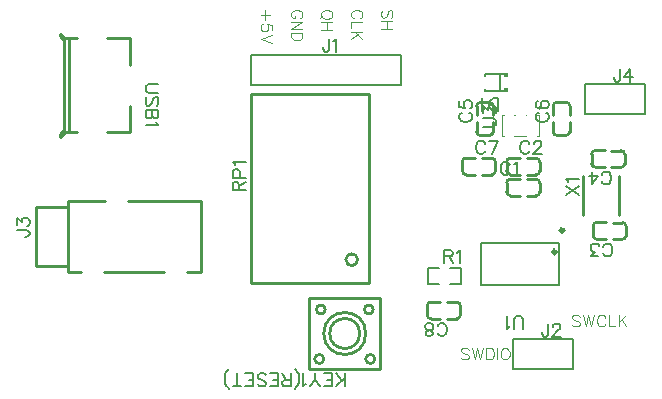
<source format=gto>
G04 Layer: TopSilkscreenLayer*
G04 EasyEDA v6.5.40, 2024-10-30 17:45:42*
G04 cb6e2e9fbd21486d88ae5690d2d3dc00,10*
G04 Gerber Generator version 0.2*
G04 Scale: 100 percent, Rotated: No, Reflected: No *
G04 Dimensions in millimeters *
G04 leading zeros omitted , absolute positions ,4 integer and 5 decimal *
%FSLAX45Y45*%
%MOMM*%

%ADD10C,0.1000*%
%ADD11C,0.1524*%
%ADD12C,0.2030*%
%ADD13C,0.2032*%
%ADD14C,0.2540*%
%ADD15C,0.1520*%
%ADD16C,0.3000*%
%ADD17C,0.0103*%

%LPD*%
D10*
X2251715Y3136389D02*
G01*
X2247143Y3145279D01*
X2238253Y3154423D01*
X2229109Y3158995D01*
X2215393Y3163567D01*
X2192787Y3163567D01*
X2179071Y3158995D01*
X2169927Y3154423D01*
X2160783Y3145279D01*
X2156211Y3136389D01*
X2156211Y3118101D01*
X2160783Y3108957D01*
X2169927Y3099813D01*
X2179071Y3095495D01*
X2192787Y3090923D01*
X2215393Y3090923D01*
X2229109Y3095495D01*
X2238253Y3099813D01*
X2247143Y3108957D01*
X2251715Y3118101D01*
X2251715Y3136389D01*
X2174499Y3122673D02*
G01*
X2147321Y3095495D01*
X2251715Y3060951D02*
G01*
X2156211Y3060951D01*
X2251715Y2997197D02*
G01*
X2156211Y2997197D01*
X2206249Y3060951D02*
G01*
X2206249Y2997197D01*
X1975109Y3095495D02*
G01*
X1984253Y3099813D01*
X1993143Y3108957D01*
X1997715Y3118101D01*
X1997715Y3136389D01*
X1993143Y3145279D01*
X1984253Y3154423D01*
X1975109Y3158995D01*
X1961393Y3163567D01*
X1938787Y3163567D01*
X1925071Y3158995D01*
X1915927Y3154423D01*
X1906783Y3145279D01*
X1902211Y3136389D01*
X1902211Y3118101D01*
X1906783Y3108957D01*
X1915927Y3099813D01*
X1925071Y3095495D01*
X1938787Y3095495D01*
X1938787Y3118101D02*
G01*
X1938787Y3095495D01*
X1997715Y3065269D02*
G01*
X1902211Y3065269D01*
X1997715Y3065269D02*
G01*
X1902211Y3001769D01*
X1997715Y3001769D02*
G01*
X1902211Y3001769D01*
X1997715Y2971797D02*
G01*
X1902211Y2971797D01*
X1997715Y2971797D02*
G01*
X1997715Y2940047D01*
X1993143Y2926331D01*
X1984253Y2917187D01*
X1975109Y2912615D01*
X1961393Y2908043D01*
X1938787Y2908043D01*
X1925071Y2912615D01*
X1915927Y2917187D01*
X1906783Y2926331D01*
X1902211Y2940047D01*
X1902211Y2971797D01*
X2483109Y3095495D02*
G01*
X2492253Y3099813D01*
X2501143Y3108957D01*
X2505715Y3118101D01*
X2505715Y3136389D01*
X2501143Y3145279D01*
X2492253Y3154423D01*
X2483109Y3158995D01*
X2469393Y3163567D01*
X2446787Y3163567D01*
X2433071Y3158995D01*
X2423927Y3154423D01*
X2414783Y3145279D01*
X2410211Y3136389D01*
X2410211Y3118101D01*
X2414783Y3108957D01*
X2423927Y3099813D01*
X2433071Y3095495D01*
X2505715Y3065269D02*
G01*
X2410211Y3065269D01*
X2410211Y3065269D02*
G01*
X2410211Y3010913D01*
X2505715Y2980941D02*
G01*
X2410211Y2980941D01*
X2505715Y2917187D02*
G01*
X2442215Y2980941D01*
X2464821Y2958081D02*
G01*
X2410211Y2917187D01*
X2746253Y3099813D02*
G01*
X2755143Y3108957D01*
X2759715Y3122673D01*
X2759715Y3140961D01*
X2755143Y3154423D01*
X2746253Y3163567D01*
X2737109Y3163567D01*
X2727965Y3158995D01*
X2723393Y3154423D01*
X2718821Y3145279D01*
X2709677Y3118101D01*
X2705359Y3108957D01*
X2700787Y3104385D01*
X2691643Y3099813D01*
X2677927Y3099813D01*
X2668783Y3108957D01*
X2664211Y3122673D01*
X2664211Y3140961D01*
X2668783Y3154423D01*
X2677927Y3163567D01*
X2759715Y3069841D02*
G01*
X2664211Y3069841D01*
X2759715Y3006341D02*
G01*
X2664211Y3006341D01*
X2714249Y3069841D02*
G01*
X2714249Y3006341D01*
X1725681Y3121403D02*
G01*
X1643639Y3121403D01*
X1684787Y3162297D02*
G01*
X1684787Y3080509D01*
X1739143Y2995927D02*
G01*
X1739143Y3041393D01*
X1698249Y3045965D01*
X1702821Y3041393D01*
X1707393Y3027677D01*
X1707393Y3014215D01*
X1702821Y3000499D01*
X1693677Y2991355D01*
X1680215Y2986783D01*
X1671071Y2986783D01*
X1657355Y2991355D01*
X1648211Y3000499D01*
X1643639Y3014215D01*
X1643639Y3027677D01*
X1648211Y3041393D01*
X1652783Y3045965D01*
X1661927Y3050537D01*
X1739143Y2956811D02*
G01*
X1643639Y2920489D01*
X1739143Y2884167D02*
G01*
X1643639Y2920489D01*
X4343654Y569973D02*
G01*
X4334509Y578863D01*
X4320793Y583435D01*
X4302506Y583435D01*
X4289043Y578863D01*
X4279900Y569973D01*
X4279900Y560829D01*
X4284472Y551685D01*
X4289043Y547113D01*
X4298188Y542541D01*
X4325365Y533397D01*
X4334509Y529079D01*
X4339081Y524507D01*
X4343654Y515363D01*
X4343654Y501647D01*
X4334509Y492503D01*
X4320793Y487931D01*
X4302506Y487931D01*
X4289043Y492503D01*
X4279900Y501647D01*
X4373625Y583435D02*
G01*
X4396231Y487931D01*
X4419091Y583435D02*
G01*
X4396231Y487931D01*
X4419091Y583435D02*
G01*
X4441697Y487931D01*
X4464558Y583435D02*
G01*
X4441697Y487931D01*
X4562602Y560829D02*
G01*
X4558029Y569973D01*
X4548886Y578863D01*
X4539995Y583435D01*
X4521708Y583435D01*
X4512563Y578863D01*
X4503420Y569973D01*
X4499102Y560829D01*
X4494529Y547113D01*
X4494529Y524507D01*
X4499102Y510791D01*
X4503420Y501647D01*
X4512563Y492503D01*
X4521708Y487931D01*
X4539995Y487931D01*
X4548886Y492503D01*
X4558029Y501647D01*
X4562602Y510791D01*
X4592574Y583435D02*
G01*
X4592574Y487931D01*
X4592574Y487931D02*
G01*
X4647184Y487931D01*
X4677156Y583435D02*
G01*
X4677156Y487931D01*
X4740909Y583435D02*
G01*
X4677156Y519935D01*
X4700015Y542541D02*
G01*
X4740909Y487931D01*
X3403854Y290573D02*
G01*
X3394709Y299463D01*
X3380993Y304035D01*
X3362706Y304035D01*
X3349243Y299463D01*
X3340100Y290573D01*
X3340100Y281429D01*
X3344672Y272285D01*
X3349243Y267713D01*
X3358388Y263141D01*
X3385565Y253997D01*
X3394709Y249679D01*
X3399281Y245107D01*
X3403854Y235963D01*
X3403854Y222247D01*
X3394709Y213103D01*
X3380993Y208531D01*
X3362706Y208531D01*
X3349243Y213103D01*
X3340100Y222247D01*
X3433825Y304035D02*
G01*
X3456431Y208531D01*
X3479291Y304035D02*
G01*
X3456431Y208531D01*
X3479291Y304035D02*
G01*
X3501897Y208531D01*
X3524758Y304035D02*
G01*
X3501897Y208531D01*
X3554729Y304035D02*
G01*
X3554729Y208531D01*
X3554729Y304035D02*
G01*
X3586479Y304035D01*
X3600195Y299463D01*
X3609086Y290573D01*
X3613658Y281429D01*
X3618229Y267713D01*
X3618229Y245107D01*
X3613658Y231391D01*
X3609086Y222247D01*
X3600195Y213103D01*
X3586479Y208531D01*
X3554729Y208531D01*
X3648202Y304035D02*
G01*
X3648202Y208531D01*
X3705606Y304035D02*
G01*
X3696461Y299463D01*
X3687318Y290573D01*
X3682745Y281429D01*
X3678174Y267713D01*
X3678174Y245107D01*
X3682745Y231391D01*
X3687318Y222247D01*
X3696461Y213103D01*
X3705606Y208531D01*
X3723640Y208531D01*
X3732784Y213103D01*
X3741927Y222247D01*
X3746500Y231391D01*
X3751072Y245107D01*
X3751072Y267713D01*
X3746500Y281429D01*
X3741927Y290573D01*
X3732784Y299463D01*
X3723640Y304035D01*
X3705606Y304035D01*
D11*
X4687570Y2668015D02*
G01*
X4687570Y2584957D01*
X4682236Y2569210D01*
X4677156Y2564129D01*
X4666741Y2559050D01*
X4656327Y2559050D01*
X4645913Y2564129D01*
X4640579Y2569210D01*
X4635500Y2584957D01*
X4635500Y2595371D01*
X4773675Y2668015D02*
G01*
X4721859Y2595371D01*
X4799584Y2595371D01*
X4773675Y2668015D02*
G01*
X4773675Y2559050D01*
X3864693Y467118D02*
G01*
X3864693Y545096D01*
X3859613Y560590D01*
X3849199Y571004D01*
X3833451Y576084D01*
X3823037Y576084D01*
X3807543Y571004D01*
X3797129Y560590D01*
X3792049Y545096D01*
X3792049Y467118D01*
X3757759Y487946D02*
G01*
X3747345Y482612D01*
X3731597Y467118D01*
X3731597Y576084D01*
X3754272Y1854707D02*
G01*
X3748938Y1865121D01*
X3738524Y1875536D01*
X3728364Y1880615D01*
X3707536Y1880615D01*
X3697122Y1875536D01*
X3686708Y1865121D01*
X3681374Y1854707D01*
X3676294Y1838960D01*
X3676294Y1813052D01*
X3681374Y1797557D01*
X3686708Y1787144D01*
X3697122Y1776729D01*
X3707536Y1771650D01*
X3728364Y1771650D01*
X3738524Y1776729D01*
X3748938Y1787144D01*
X3754272Y1797557D01*
X3788562Y1859787D02*
G01*
X3798976Y1865121D01*
X3814470Y1880615D01*
X3814470Y1771650D01*
X3919367Y2032507D02*
G01*
X3914033Y2042921D01*
X3903619Y2053336D01*
X3893459Y2058415D01*
X3872631Y2058415D01*
X3862217Y2053336D01*
X3851803Y2042921D01*
X3846469Y2032507D01*
X3841389Y2016760D01*
X3841389Y1990852D01*
X3846469Y1975357D01*
X3851803Y1964944D01*
X3862217Y1954529D01*
X3872631Y1949450D01*
X3893459Y1949450D01*
X3903619Y1954529D01*
X3914033Y1964944D01*
X3919367Y1975357D01*
X3958737Y2032507D02*
G01*
X3958737Y2037587D01*
X3964071Y2048002D01*
X3969151Y2053336D01*
X3979565Y2058415D01*
X4000393Y2058415D01*
X4010807Y2053336D01*
X4015887Y2048002D01*
X4021221Y2037587D01*
X4021221Y2027173D01*
X4015887Y2016760D01*
X4005473Y2001265D01*
X3953657Y1949450D01*
X4026301Y1949450D01*
X4544822Y1104392D02*
G01*
X4550156Y1093978D01*
X4560570Y1083563D01*
X4570729Y1078484D01*
X4591558Y1078484D01*
X4601972Y1083563D01*
X4612386Y1093978D01*
X4617720Y1104392D01*
X4622800Y1120139D01*
X4622800Y1146047D01*
X4617720Y1161542D01*
X4612386Y1171955D01*
X4601972Y1182370D01*
X4591558Y1187450D01*
X4570729Y1187450D01*
X4560570Y1182370D01*
X4550156Y1171955D01*
X4544822Y1161542D01*
X4500118Y1078484D02*
G01*
X4442968Y1078484D01*
X4474209Y1120139D01*
X4458715Y1120139D01*
X4448302Y1125220D01*
X4442968Y1130300D01*
X4437888Y1146047D01*
X4437888Y1156462D01*
X4442968Y1171955D01*
X4453381Y1182370D01*
X4469129Y1187450D01*
X4484624Y1187450D01*
X4500118Y1182370D01*
X4505452Y1177289D01*
X4510531Y1166876D01*
X4532122Y1713992D02*
G01*
X4537456Y1703578D01*
X4547870Y1693163D01*
X4558029Y1688084D01*
X4578858Y1688084D01*
X4589272Y1693163D01*
X4599686Y1703578D01*
X4605020Y1713992D01*
X4610100Y1729739D01*
X4610100Y1755647D01*
X4605020Y1771142D01*
X4599686Y1781555D01*
X4589272Y1791970D01*
X4578858Y1797050D01*
X4558029Y1797050D01*
X4547870Y1791970D01*
X4537456Y1781555D01*
X4532122Y1771142D01*
X4446015Y1688084D02*
G01*
X4497831Y1760728D01*
X4419854Y1760728D01*
X4446015Y1688084D02*
G01*
X4446015Y1797050D01*
X3352291Y2296972D02*
G01*
X3341877Y2291638D01*
X3331463Y2281224D01*
X3326384Y2271064D01*
X3326384Y2250236D01*
X3331463Y2239822D01*
X3341877Y2229408D01*
X3352291Y2224074D01*
X3368040Y2218994D01*
X3393947Y2218994D01*
X3409441Y2224074D01*
X3419856Y2229408D01*
X3430270Y2239822D01*
X3435350Y2250236D01*
X3435350Y2271064D01*
X3430270Y2281224D01*
X3419856Y2291638D01*
X3409441Y2296972D01*
X3326384Y2393492D02*
G01*
X3326384Y2341676D01*
X3373120Y2336342D01*
X3368040Y2341676D01*
X3362706Y2357170D01*
X3362706Y2372664D01*
X3368040Y2388412D01*
X3378200Y2398826D01*
X3393947Y2403906D01*
X3404361Y2403906D01*
X3419856Y2398826D01*
X3430270Y2388412D01*
X3435350Y2372664D01*
X3435350Y2357170D01*
X3430270Y2341676D01*
X3425190Y2336342D01*
X3414775Y2331262D01*
X3999991Y2296972D02*
G01*
X3989577Y2291638D01*
X3979163Y2281224D01*
X3974084Y2271064D01*
X3974084Y2250236D01*
X3979163Y2239822D01*
X3989577Y2229408D01*
X3999991Y2224074D01*
X4015740Y2218994D01*
X4041647Y2218994D01*
X4057141Y2224074D01*
X4067556Y2229408D01*
X4077970Y2239822D01*
X4083050Y2250236D01*
X4083050Y2271064D01*
X4077970Y2281224D01*
X4067556Y2291638D01*
X4057141Y2296972D01*
X3989577Y2393492D02*
G01*
X3979163Y2388412D01*
X3974084Y2372664D01*
X3974084Y2362504D01*
X3979163Y2346756D01*
X3994911Y2336342D01*
X4020820Y2331262D01*
X4046727Y2331262D01*
X4067556Y2336342D01*
X4077970Y2346756D01*
X4083050Y2362504D01*
X4083050Y2367584D01*
X4077970Y2383078D01*
X4067556Y2393492D01*
X4052061Y2398826D01*
X4046727Y2398826D01*
X4031234Y2393492D01*
X4020820Y2383078D01*
X4015740Y2367584D01*
X4015740Y2362504D01*
X4020820Y2346756D01*
X4031234Y2336342D01*
X4046727Y2331262D01*
X3545077Y2032507D02*
G01*
X3539743Y2042921D01*
X3529329Y2053336D01*
X3519170Y2058415D01*
X3498341Y2058415D01*
X3487927Y2053336D01*
X3477513Y2042921D01*
X3472179Y2032507D01*
X3467100Y2016760D01*
X3467100Y1990852D01*
X3472179Y1975357D01*
X3477513Y1964944D01*
X3487927Y1954529D01*
X3498341Y1949450D01*
X3519170Y1949450D01*
X3529329Y1954529D01*
X3539743Y1964944D01*
X3545077Y1975357D01*
X3652011Y2058415D02*
G01*
X3600195Y1949450D01*
X3579368Y2058415D02*
G01*
X3652011Y2058415D01*
X3652456Y2310384D02*
G01*
X3652456Y2419350D01*
X3652456Y2310384D02*
G01*
X3616134Y2310384D01*
X3600386Y2315463D01*
X3590226Y2325878D01*
X3584892Y2336292D01*
X3579812Y2352039D01*
X3579812Y2377947D01*
X3584892Y2393442D01*
X3590226Y2403855D01*
X3600386Y2414270D01*
X3616134Y2419350D01*
X3652456Y2419350D01*
X3545522Y2331212D02*
G01*
X3535108Y2325878D01*
X3519360Y2310384D01*
X3519360Y2419350D01*
X3529609Y2178011D02*
G01*
X3607587Y2178011D01*
X3623081Y2183091D01*
X3633495Y2193505D01*
X3638575Y2209253D01*
X3638575Y2219667D01*
X3633495Y2235161D01*
X3623081Y2245575D01*
X3607587Y2250655D01*
X3529609Y2250655D01*
X3529609Y2295359D02*
G01*
X3529609Y2352509D01*
X3571265Y2321521D01*
X3571265Y2337015D01*
X3576345Y2347429D01*
X3581425Y2352509D01*
X3597173Y2357843D01*
X3607587Y2357843D01*
X3623081Y2352509D01*
X3633495Y2342095D01*
X3638575Y2326601D01*
X3638575Y2311107D01*
X3633495Y2295359D01*
X3628415Y2290279D01*
X3618001Y2284945D01*
X4228777Y1598434D02*
G01*
X4337743Y1671078D01*
X4228777Y1671078D02*
G01*
X4337743Y1598434D01*
X4249605Y1705368D02*
G01*
X4244271Y1715782D01*
X4228777Y1731530D01*
X4337743Y1731530D01*
X778548Y2535199D02*
G01*
X700570Y2535199D01*
X685076Y2530119D01*
X674662Y2519705D01*
X669582Y2503957D01*
X669582Y2493543D01*
X674662Y2478049D01*
X685076Y2467635D01*
X700570Y2462555D01*
X778548Y2462555D01*
X763054Y2355367D02*
G01*
X773468Y2365781D01*
X778548Y2381529D01*
X778548Y2402103D01*
X773468Y2417851D01*
X763054Y2428265D01*
X752640Y2428265D01*
X742226Y2422931D01*
X736892Y2417851D01*
X731812Y2407437D01*
X721398Y2376195D01*
X716318Y2365781D01*
X710984Y2360701D01*
X700570Y2355367D01*
X685076Y2355367D01*
X674662Y2365781D01*
X669582Y2381529D01*
X669582Y2402103D01*
X674662Y2417851D01*
X685076Y2428265D01*
X778548Y2321077D02*
G01*
X669582Y2321077D01*
X778548Y2321077D02*
G01*
X778548Y2274341D01*
X773468Y2258847D01*
X768134Y2253513D01*
X757720Y2248433D01*
X747306Y2248433D01*
X736892Y2253513D01*
X731812Y2258847D01*
X726732Y2274341D01*
X726732Y2321077D02*
G01*
X726732Y2274341D01*
X721398Y2258847D01*
X716318Y2253513D01*
X705904Y2248433D01*
X690156Y2248433D01*
X679742Y2253513D01*
X674662Y2258847D01*
X669582Y2274341D01*
X669582Y2321077D01*
X757720Y2214143D02*
G01*
X763054Y2203729D01*
X778548Y2188235D01*
X669582Y2188235D01*
X3141624Y431292D02*
G01*
X3146958Y420878D01*
X3157372Y410463D01*
X3167532Y405384D01*
X3188360Y405384D01*
X3198774Y410463D01*
X3209188Y420878D01*
X3214522Y431292D01*
X3219602Y447039D01*
X3219602Y472947D01*
X3214522Y488442D01*
X3209188Y498855D01*
X3198774Y509270D01*
X3188360Y514350D01*
X3167532Y514350D01*
X3157372Y509270D01*
X3146958Y498855D01*
X3141624Y488442D01*
X3081426Y405384D02*
G01*
X3096920Y410463D01*
X3102254Y420878D01*
X3102254Y431292D01*
X3096920Y441705D01*
X3086506Y447039D01*
X3065932Y452120D01*
X3050184Y457200D01*
X3039770Y467613D01*
X3034690Y478028D01*
X3034690Y493776D01*
X3039770Y504189D01*
X3045104Y509270D01*
X3060598Y514350D01*
X3081426Y514350D01*
X3096920Y509270D01*
X3102254Y504189D01*
X3107334Y493776D01*
X3107334Y478028D01*
X3102254Y467613D01*
X3091840Y457200D01*
X3076092Y452120D01*
X3055518Y447039D01*
X3045104Y441705D01*
X3039770Y431292D01*
X3039770Y420878D01*
X3045104Y410463D01*
X3060598Y405384D01*
X3081426Y405384D01*
X3200400Y1131315D02*
G01*
X3200400Y1022350D01*
X3200400Y1131315D02*
G01*
X3247136Y1131315D01*
X3262629Y1126236D01*
X3267963Y1120902D01*
X3273043Y1110487D01*
X3273043Y1100073D01*
X3267963Y1089660D01*
X3262629Y1084579D01*
X3247136Y1079500D01*
X3200400Y1079500D01*
X3236722Y1079500D02*
G01*
X3273043Y1022350D01*
X3307334Y1110487D02*
G01*
X3317747Y1115821D01*
X3333495Y1131315D01*
X3333495Y1022350D01*
X2223770Y2922015D02*
G01*
X2223770Y2838957D01*
X2218436Y2823210D01*
X2213356Y2818129D01*
X2202941Y2813050D01*
X2192527Y2813050D01*
X2182113Y2818129D01*
X2176779Y2823210D01*
X2171700Y2838957D01*
X2171700Y2849371D01*
X2258059Y2901187D02*
G01*
X2268220Y2906521D01*
X2283968Y2922015D01*
X2283968Y2813050D01*
X4077970Y509015D02*
G01*
X4077970Y425957D01*
X4072636Y410210D01*
X4067556Y405129D01*
X4057141Y400050D01*
X4046727Y400050D01*
X4036313Y405129D01*
X4030979Y410210D01*
X4025900Y425957D01*
X4025900Y436371D01*
X4117340Y483107D02*
G01*
X4117340Y488187D01*
X4122420Y498602D01*
X4127754Y503936D01*
X4138168Y509015D01*
X4158995Y509015D01*
X4169409Y503936D01*
X4174490Y498602D01*
X4179570Y488187D01*
X4179570Y477773D01*
X4174490Y467360D01*
X4164075Y451865D01*
X4112259Y400050D01*
X4184904Y400050D01*
X-421716Y1299210D02*
G01*
X-338658Y1299210D01*
X-322910Y1293876D01*
X-317830Y1288795D01*
X-312750Y1278381D01*
X-312750Y1267968D01*
X-317830Y1257554D01*
X-322910Y1252220D01*
X-338658Y1247139D01*
X-349072Y1247139D01*
X-421716Y1343660D02*
G01*
X-421716Y1400810D01*
X-380060Y1369821D01*
X-380060Y1385315D01*
X-374980Y1395729D01*
X-369900Y1400810D01*
X-354152Y1406144D01*
X-343738Y1406144D01*
X-328244Y1400810D01*
X-317830Y1390650D01*
X-312750Y1374902D01*
X-312750Y1359407D01*
X-317830Y1343660D01*
X-322910Y1338579D01*
X-333324Y1333500D01*
X2356180Y-19517D02*
G01*
X2356180Y89448D01*
X2283536Y-19517D02*
G01*
X2356180Y53126D01*
X2330272Y27218D02*
G01*
X2283536Y89448D01*
X2249246Y-19517D02*
G01*
X2249246Y89448D01*
X2249246Y-19517D02*
G01*
X2181682Y-19517D01*
X2249246Y32298D02*
G01*
X2207590Y32298D01*
X2249246Y89448D02*
G01*
X2181682Y89448D01*
X2147392Y-19517D02*
G01*
X2105736Y32298D01*
X2105736Y89448D01*
X2064080Y-19517D02*
G01*
X2105736Y32298D01*
X2029790Y1310D02*
G01*
X2019630Y-4023D01*
X2003882Y-19517D01*
X2003882Y89448D01*
X1933270Y-40345D02*
G01*
X1943684Y-29931D01*
X1954098Y-14437D01*
X1964512Y6390D01*
X1969592Y32298D01*
X1969592Y53126D01*
X1964512Y79288D01*
X1954098Y99862D01*
X1943684Y115610D01*
X1933270Y126024D01*
X1898980Y-19517D02*
G01*
X1898980Y89448D01*
X1898980Y-19517D02*
G01*
X1852244Y-19517D01*
X1836750Y-14437D01*
X1831416Y-9103D01*
X1826336Y1310D01*
X1826336Y11724D01*
X1831416Y22138D01*
X1836750Y27218D01*
X1852244Y32298D01*
X1898980Y32298D01*
X1862658Y32298D02*
G01*
X1826336Y89448D01*
X1792046Y-19517D02*
G01*
X1792046Y89448D01*
X1792046Y-19517D02*
G01*
X1724482Y-19517D01*
X1792046Y32298D02*
G01*
X1750390Y32298D01*
X1792046Y89448D02*
G01*
X1724482Y89448D01*
X1617294Y-4023D02*
G01*
X1627708Y-14437D01*
X1643456Y-19517D01*
X1664030Y-19517D01*
X1679778Y-14437D01*
X1690192Y-4023D01*
X1690192Y6390D01*
X1684858Y16804D01*
X1679778Y22138D01*
X1669364Y27218D01*
X1638122Y37632D01*
X1627708Y42712D01*
X1622628Y48046D01*
X1617294Y58460D01*
X1617294Y73954D01*
X1627708Y84368D01*
X1643456Y89448D01*
X1664030Y89448D01*
X1679778Y84368D01*
X1690192Y73954D01*
X1583004Y-19517D02*
G01*
X1583004Y89448D01*
X1583004Y-19517D02*
G01*
X1515440Y-19517D01*
X1583004Y32298D02*
G01*
X1541602Y32298D01*
X1583004Y89448D02*
G01*
X1515440Y89448D01*
X1444828Y-19517D02*
G01*
X1444828Y89448D01*
X1481150Y-19517D02*
G01*
X1408506Y-19517D01*
X1374216Y-40345D02*
G01*
X1363802Y-29931D01*
X1353388Y-14437D01*
X1342974Y6390D01*
X1337894Y32298D01*
X1337894Y53126D01*
X1342974Y79288D01*
X1353388Y99862D01*
X1363802Y115610D01*
X1374216Y126024D01*
X1408684Y1638300D02*
G01*
X1517650Y1638300D01*
X1408684Y1638300D02*
G01*
X1408684Y1685036D01*
X1413763Y1700529D01*
X1419097Y1705863D01*
X1429512Y1710944D01*
X1439926Y1710944D01*
X1450339Y1705863D01*
X1455420Y1700529D01*
X1460500Y1685036D01*
X1460500Y1638300D01*
X1460500Y1674621D02*
G01*
X1517650Y1710944D01*
X1408684Y1745234D02*
G01*
X1517650Y1745234D01*
X1408684Y1745234D02*
G01*
X1408684Y1791970D01*
X1413763Y1807718D01*
X1419097Y1812797D01*
X1429512Y1818131D01*
X1445005Y1818131D01*
X1455420Y1812797D01*
X1460500Y1807718D01*
X1465834Y1791970D01*
X1465834Y1745234D01*
X1429512Y1852421D02*
G01*
X1424178Y1862836D01*
X1408684Y1878329D01*
X1517650Y1878329D01*
G36*
X3707079Y2507691D02*
G01*
X3707079Y2472436D01*
X3737559Y2472436D01*
X3737559Y2507691D01*
G37*
G36*
X3707079Y2632964D02*
G01*
X3707079Y2597708D01*
X3737559Y2597708D01*
X3737559Y2632964D01*
G37*
D12*
X4902200Y2540000D02*
G01*
X4584700Y2540000D01*
D13*
X4902200Y2540000D02*
G01*
X4902200Y2286000D01*
X4394200Y2286000D01*
X4394200Y2540000D01*
X4584700Y2540000D01*
D11*
X4171914Y1191374D02*
G01*
X4171914Y837095D01*
X3506673Y837095D01*
X3506673Y1191374D01*
X4171914Y1191374D01*
D14*
X4005795Y1703677D02*
G01*
X4005795Y1623674D01*
X3894820Y1734662D02*
G01*
X3974818Y1734662D01*
X3894820Y1592696D02*
G01*
X3974818Y1592696D01*
X3837231Y1735244D02*
G01*
X3757231Y1735244D01*
X3726248Y1704261D02*
G01*
X3726248Y1624263D01*
X3837231Y1593283D02*
G01*
X3757231Y1593283D01*
X4005790Y1881477D02*
G01*
X4005790Y1801474D01*
X3894815Y1912462D02*
G01*
X3974812Y1912462D01*
X3894815Y1770496D02*
G01*
X3974812Y1770496D01*
X3837226Y1913044D02*
G01*
X3757226Y1913044D01*
X3726243Y1882061D02*
G01*
X3726243Y1802063D01*
X3837226Y1771083D02*
G01*
X3757226Y1771083D01*
X4458398Y1255422D02*
G01*
X4458398Y1335425D01*
X4569373Y1224437D02*
G01*
X4489376Y1224437D01*
X4569373Y1366403D02*
G01*
X4489376Y1366403D01*
X4626963Y1223855D02*
G01*
X4706962Y1223855D01*
X4737945Y1254838D02*
G01*
X4737945Y1334836D01*
X4626963Y1365816D02*
G01*
X4706962Y1365816D01*
X4445698Y1865022D02*
G01*
X4445698Y1945025D01*
X4556673Y1834037D02*
G01*
X4476676Y1834037D01*
X4556673Y1976003D02*
G01*
X4476676Y1976003D01*
X4614263Y1833455D02*
G01*
X4694262Y1833455D01*
X4725245Y1864438D02*
G01*
X4725245Y1944436D01*
X4614263Y1975416D02*
G01*
X4694262Y1975416D01*
X3503322Y2383396D02*
G01*
X3583325Y2383396D01*
X3472337Y2272421D02*
G01*
X3472337Y2352418D01*
X3614303Y2272421D02*
G01*
X3614303Y2352418D01*
X3471755Y2214831D02*
G01*
X3471755Y2134831D01*
X3502738Y2103848D02*
G01*
X3582736Y2103848D01*
X3613716Y2214831D02*
G01*
X3613716Y2134831D01*
X4151022Y2383396D02*
G01*
X4231025Y2383396D01*
X4120037Y2272421D02*
G01*
X4120037Y2352418D01*
X4262003Y2272421D02*
G01*
X4262003Y2352418D01*
X4119455Y2214831D02*
G01*
X4119455Y2134831D01*
X4150438Y2103848D02*
G01*
X4230436Y2103848D01*
X4261416Y2214831D02*
G01*
X4261416Y2134831D01*
X3631501Y1881477D02*
G01*
X3631501Y1801474D01*
X3520526Y1912462D02*
G01*
X3600523Y1912462D01*
X3520526Y1770496D02*
G01*
X3600523Y1770496D01*
X3462936Y1913044D02*
G01*
X3382937Y1913044D01*
X3351954Y1882061D02*
G01*
X3351954Y1802063D01*
X3462936Y1771083D02*
G01*
X3382937Y1771083D01*
D15*
X3539434Y2625321D02*
G01*
X3539434Y2604698D01*
X3539434Y2480078D02*
G01*
X3539434Y2499700D01*
D11*
X3714678Y2480078D02*
G01*
X3539434Y2480078D01*
X3714678Y2625321D02*
G01*
X3539434Y2625321D01*
X3674234Y2480078D02*
G01*
X3674234Y2625321D01*
D10*
X3982211Y2274397D02*
G01*
X3996806Y2274397D01*
X3887213Y2274397D02*
G01*
X3891381Y2274397D01*
X3792220Y2274397D02*
G01*
X3796385Y2274397D01*
X3686804Y2274397D02*
G01*
X3701389Y2274397D01*
X3982211Y2094395D02*
G01*
X3996806Y2094395D01*
X3792220Y2094395D02*
G01*
X3891384Y2094395D01*
X3686804Y2094395D02*
G01*
X3701392Y2094395D01*
X3686804Y2094395D02*
G01*
X3686804Y2274397D01*
X3996806Y2094395D02*
G01*
X3996806Y2274397D01*
D14*
X4674293Y1763534D02*
G01*
X4674293Y1433334D01*
X4369493Y1763534D02*
G01*
X4369493Y1433334D01*
X-10198Y2125243D02*
G01*
X-52235Y2086533D01*
X-52235Y2115896D01*
X-19215Y2146376D01*
X-19215Y2909138D01*
X-57315Y2944698D01*
X-57315Y2961131D01*
X-52235Y2961131D01*
X-10198Y2925241D01*
X539813Y2924251D02*
G01*
X539813Y2699918D01*
X539813Y2348585D02*
G01*
X539813Y2134252D01*
X539813Y2924251D02*
G01*
X342912Y2924251D01*
X86677Y2924251D02*
G01*
X-10198Y2924251D01*
X539813Y2134252D02*
G01*
X342912Y2134252D01*
X86677Y2134252D02*
G01*
X-10198Y2134252D01*
X24300Y2924225D02*
G01*
X24300Y2134227D01*
X3055200Y582322D02*
G01*
X3055200Y662325D01*
X3166176Y551337D02*
G01*
X3086178Y551337D01*
X3166176Y693303D02*
G01*
X3086178Y693303D01*
X3223765Y550755D02*
G01*
X3303765Y550755D01*
X3334748Y581738D02*
G01*
X3334748Y661736D01*
X3223765Y692716D02*
G01*
X3303765Y692716D01*
D11*
X3243021Y848339D02*
G01*
X3338908Y848339D01*
X3338908Y980460D01*
X3243021Y980460D01*
X3157778Y848339D02*
G01*
X3061891Y848339D01*
X3061891Y980460D01*
X3157778Y980460D01*
D13*
X1752600Y2781300D02*
G01*
X1562100Y2781300D01*
X1562100Y2527300D01*
X2832100Y2527300D01*
X2832100Y2781300D01*
D12*
X2832100Y2781300D02*
G01*
X1752600Y2781300D01*
X4292600Y381000D02*
G01*
X3975100Y381000D01*
D13*
X4292600Y381000D02*
G01*
X4292600Y127000D01*
X3784600Y127000D01*
X3784600Y381000D01*
X3975100Y381000D01*
D14*
X8379Y996061D02*
G01*
X-261620Y996061D01*
X-261620Y1496060D01*
X8379Y1496060D01*
X10160Y944879D02*
G01*
X125404Y944879D01*
X321635Y944879D02*
G01*
X821364Y944879D01*
X1017595Y944879D02*
G01*
X1140160Y944879D01*
X1140160Y944879D02*
G01*
X1140160Y1544881D01*
X1140160Y1544881D02*
G01*
X519755Y1544881D01*
X323524Y1544881D02*
G01*
X10160Y1544881D01*
X10160Y1544881D02*
G01*
X10160Y944879D01*
X2656179Y125999D02*
G01*
X2056180Y125999D01*
X2656179Y725972D02*
G01*
X2656179Y125973D01*
X2056180Y725998D02*
G01*
X2656179Y725998D01*
X2056180Y125999D02*
G01*
X2056180Y725998D01*
X2565400Y851103D02*
G01*
X1565402Y851103D01*
X1565402Y2451100D01*
X2565400Y2451100D01*
X2565400Y851103D01*
G75*
G01*
X3726244Y1704261D02*
G02*
X3757226Y1735244I30982J0D01*
G75*
G01*
X3757226Y1593278D02*
G02*
X3726244Y1624264I0J30983D01*
G75*
G01*
X3974813Y1734663D02*
G02*
X4005796Y1703677I0J-30983D01*
G75*
G01*
X4005796Y1623680D02*
G02*
X3974813Y1592697I-30983J0D01*
G75*
G01*
X3726238Y1882061D02*
G02*
X3757221Y1913044I30983J0D01*
G75*
G01*
X3757221Y1771078D02*
G02*
X3726238Y1802064I0J30983D01*
G75*
G01*
X3974808Y1912463D02*
G02*
X4005791Y1881477I0J-30983D01*
G75*
G01*
X4005791Y1801480D02*
G02*
X3974808Y1770497I-30983J0D01*
G75*
G01*
X4737951Y1254839D02*
G02*
X4706968Y1223856I-30983J0D01*
G75*
G01*
X4706968Y1365822D02*
G02*
X4737951Y1334836I0J-30983D01*
G75*
G01*
X4489381Y1224437D02*
G02*
X4458399Y1255423I0J30983D01*
G75*
G01*
X4458399Y1335420D02*
G02*
X4489381Y1366403I30982J0D01*
G75*
G01*
X4725251Y1864439D02*
G02*
X4694268Y1833456I-30983J0D01*
G75*
G01*
X4694268Y1975422D02*
G02*
X4725251Y1944436I0J-30983D01*
G75*
G01*
X4476681Y1834037D02*
G02*
X4445699Y1865023I0J30983D01*
G75*
G01*
X4445699Y1945020D02*
G02*
X4476681Y1976003I30982J0D01*
G75*
G01*
X3502739Y2103844D02*
G02*
X3471756Y2134827I0J30983D01*
G75*
G01*
X3613722Y2134827D02*
G02*
X3582736Y2103844I-30983J0D01*
G75*
G01*
X3472337Y2352413D02*
G02*
X3503323Y2383396I30983J0D01*
G75*
G01*
X3583320Y2383396D02*
G02*
X3614303Y2352413I0J-30983D01*
G75*
G01*
X4150439Y2103844D02*
G02*
X4119456Y2134827I0J30983D01*
G75*
G01*
X4261422Y2134827D02*
G02*
X4230436Y2103844I-30983J0D01*
G75*
G01*
X4120037Y2352413D02*
G02*
X4151023Y2383396I30983J0D01*
G75*
G01*
X4231020Y2383396D02*
G02*
X4262003Y2352413I0J-30983D01*
G75*
G01*
X3351949Y1882061D02*
G02*
X3382932Y1913044I30983J0D01*
G75*
G01*
X3382932Y1771078D02*
G02*
X3351949Y1802064I0J30983D01*
G75*
G01*
X3600519Y1912463D02*
G02*
X3631501Y1881477I0J-30983D01*
G75*
G01*
X3631501Y1801480D02*
G02*
X3600519Y1770497I-30982J0D01*
G75*
G01*
X3334753Y581739D02*
G02*
X3303770Y550756I-30983J0D01*
G75*
G01*
X3303770Y692722D02*
G02*
X3334753Y661736I0J-30983D01*
G75*
G01*
X3086184Y551337D02*
G02*
X3055201Y582323I0J30983D01*
G75*
G01*
X3055201Y662320D02*
G02*
X3086184Y693303I30983J0D01*
D16*
G75*
G01
X4146804Y1116127D02*
G03X4146804Y1116127I-15011J0D01*
G75*
G01
X4210228Y1301318D02*
G03X4210228Y1301318I-15011J0D01*
D10*
G75*
G01
X4019601Y2336749D02*
G03X4019601Y2336749I-12700J0D01*
D14*
G75*
G01
X2610180Y210083D02*
G03X2610180Y210083I-38100J0D01*
G75*
G01
X2178380Y210083D02*
G03X2178380Y210083I-38100J0D01*
G75*
G01
X2597480Y629183D02*
G03X2597480Y629183I-38100J0D01*
G75*
G01
X2191080Y629183D02*
G03X2191080Y629183I-38100J0D01*
G75*
G01
X2533980Y425983D02*
G03X2533980Y425983I-177800J0D01*
G75*
G01
X2483180Y425983D02*
G03X2483180Y425983I-127000J0D01*
G75*
G01
X2465426Y1051103D02*
G03X2465426Y1051103I-50013J0D01*
M02*

</source>
